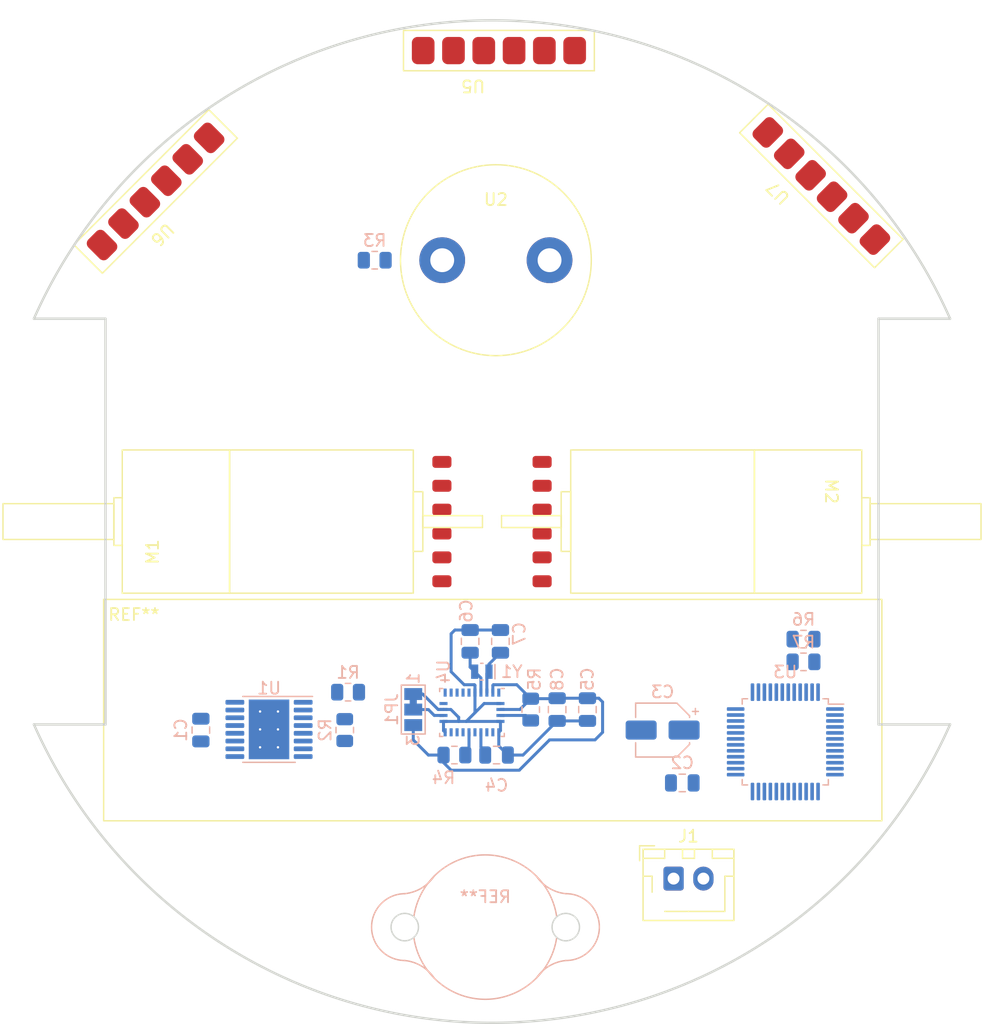
<source format=kicad_pcb>
(kicad_pcb (version 20221018) (generator pcbnew)
  (layers (0 "F.Cu" signal) (31 "B.Cu" signal) (34 "B.Paste" user) (35 "F.Paste" user) (36 "B.SilkS" user "B.Silkscreen") (37 "F.SilkS" user "F.Silkscreen") (38 "B.Mask" user) (39 "F.Mask" user) (44 "Edge.Cuts" user))
  (net 0 "")
  (net 1 "GND")
  (net 2 "M1_B")
  (net 3 "+5V")
  (net 4 "M1_A")
  (net 5 "Net-(M1-M2)")
  (net 6 "Net-(M1-M1)")
  (net 7 "M2_B")
  (net 8 "M2_A")
  (net 9 "Net-(M2-M2)")
  (net 10 "Net-(M2-M1)")
  (net 12 "Net-(U1-AISEN)")
  (net 13 "Net-(U1-BISEN)")
  (net 15 "VCC")
  (net 16 "DRV_B1")
  (net 17 "Net-(U1-VCP)")
  (net 18 "DRV_B2")
  (net 19 "DRV_A2")
  (net 20 "Net-(U2-SIG)")
  (net 21 "Net-(JP1-C)")
  (net 22 "+3.3V")
  (net 25 "BNO_INT")
  (net 28 "VL_EN1")
  (net 29 "VL_EN2")
  (net 30 "VL_EN3")
  (net 54 "SDA")
  (net 55 "SCL")
  (net 56 "Net-(U3-PA4)")
  (net 58 "Net-(U4-~{BOOT_LOAD_PIN})")
  (net 61 "Net-(U4-CAP)")
  (net 63 "Net-(U4-~{RESET})")
  (net 70 "Net-(U4-XOUT32)")
  (net 71 "Net-(U4-XIN32)")
  (net 75 "DRV_A1")
  (footprint "pololu:ULTRASOUND_T_R" (layer "F.Cu") (at 60.325 38.1)
    (fp_text reference "U2" (at 0 -5.08 unlocked) (layer "F.SilkS"))
    (fp_text value "ULTRASOUND_T_R")
    (fp_circle (center 0 0) (end 8 0) (stroke (width 0.12)) (fill none) (layer "F.SilkS"))
    (pad "1" thru_hole circle (at 4.5 0) (size 3.84 3.84) (drill 2) (layers "*.Cu" "*.Mask") (net 1 "GND"))
    (pad "2" thru_hole circle (at -4.5 0) (size 3.84 3.84) (drill 2) (layers "*.Cu" "*.Mask") (net 20 "Net-(U2-SIG)"))
  )
  (footprint "pololu:VL53L0X" (layer "F.Cu") (at 68.58 22.225 180)
    (fp_text reference "U5" (at 10.16 -1.27 180 unlocked) (layer "F.SilkS"))
    (fp_text value "~")
    (fp_rect (start 0 0) (end 16 3.38) (stroke (width 0.12)) (fill none) (layer "F.SilkS"))
    (pad "1" smd roundrect (at 1.65 1.69 270) (size 2.286 1.9) (layers "F.Cu" "F.Paste" "F.Mask") (net 22 "+3.3V"))
    (pad "2" smd roundrect (at 4.19 1.69 270) (size 2.286 1.9) (layers "F.Cu" "F.Paste" "F.Mask") (net 1 "GND"))
    (pad "3" smd roundrect (at 6.73 1.69 270) (size 2.286 1.9) (layers "F.Cu" "F.Paste" "F.Mask") (net 55 "SCL"))
    (pad "4" smd roundrect (at 9.27 1.69 270) (size 2.286 1.9) (layers "F.Cu" "F.Paste" "F.Mask") (net 54 "SDA"))
    (pad "5" smd roundrect (at 11.81 1.69 270) (size 2.286 1.9) (layers "F.Cu" "F.Paste" "F.Mask"))
    (pad "6" smd roundrect (at 14.35 1.69 270) (size 2.286 1.9) (layers "F.Cu" "F.Paste" "F.Mask") (net 28 "VL_EN1"))
  )
  (footprint "Connector_JST:JST_XH_B2B-XH-AM_1x02_P2.50mm_Vertical" (layer "F.Cu") (at 75.224 89.916)
    (fp_text reference "J1" (at 1.25 -3.55) (layer "F.SilkS"))
    (fp_text value "Battery connector")
    (fp_line (start -2.85 -2.75) (end -2.85 -1.5) (stroke (width 0.12)) (layer "F.SilkS"))
    (fp_line (start -2.56 -2.46) (end -2.56 3.51) (stroke (width 0.12)) (layer "F.SilkS"))
    (fp_line (start -2.56 3.51) (end 5.06 3.51) (stroke (width 0.12)) (layer "F.SilkS"))
    (fp_line (start -2.55 -2.45) (end -2.55 -1.7) (stroke (width 0.12)) (layer "F.SilkS"))
    (fp_line (start -2.55 -1.7) (end -0.75 -1.7) (stroke (width 0.12)) (layer "F.SilkS"))
    (fp_line (start -2.55 -0.2) (end -1.8 -0.2) (stroke (width 0.12)) (layer "F.SilkS"))
    (fp_line (start -1.8 -0.2) (end -1.8 1.14) (stroke (width 0.12)) (layer "F.SilkS"))
    (fp_line (start -1.6 -2.75) (end -2.85 -2.75) (stroke (width 0.12)) (layer "F.SilkS"))
    (fp_line (start -0.75 -2.45) (end -2.55 -2.45) (stroke (width 0.12)) (layer "F.SilkS"))
    (fp_line (start -0.75 -1.7) (end -0.75 -2.45) (stroke (width 0.12)) (layer "F.SilkS"))
    (fp_line (start 0.75 -2.45) (end 0.75 -1.7) (stroke (width 0.12)) (layer "F.SilkS"))
    (fp_line (start 0.75 -1.7) (end 1.75 -1.7) (stroke (width 0.12)) (layer "F.SilkS"))
    (fp_line (start 1.25 2.75) (end -0.74 2.75) (stroke (width 0.12)) (layer "F.SilkS"))
    (fp_line (start 1.75 -2.45) (end 0.75 -2.45) (stroke (width 0.12)) (layer "F.SilkS"))
    (fp_line (start 1.75 -1.7) (end 1.75 -2.45) (stroke (width 0.12)) (layer "F.SilkS"))
    (fp_line (start 3.25 -2.45) (end 3.25 -1.7) (stroke (width 0.12)) (layer "F.SilkS"))
    (fp_line (start 3.25 -1.7) (end 5.05 -1.7) (stroke (width 0.12)) (layer "F.SilkS"))
    (fp_line (start 4.3 -0.2) (end 4.3 2.75) (stroke (width 0.12)) (layer "F.SilkS"))
    (fp_line (start 4.3 2.75) (end 1.25 2.75) (stroke (width 0.12)) (layer "F.SilkS"))
    (fp_line (start 5.05 -2.45) (end 3.25 -2.45) (stroke (width 0.12)) (layer "F.SilkS"))
    (fp_line (start 5.05 -1.7) (end 5.05 -2.45) (stroke (width 0.12)) (layer "F.SilkS"))
    (fp_line (start 5.05 -0.2) (end 4.3 -0.2) (stroke (width 0.12)) (layer "F.SilkS"))
    (fp_line (start 5.06 -2.46) (end -2.56 -2.46) (stroke (width 0.12)) (layer "F.SilkS"))
    (fp_line (start 5.06 3.51) (end 5.06 -2.46) (stroke (width 0.12)) (layer "F.SilkS"))
    (pad "" np_thru_hole circle (at -1.6 2) (size 1.2 1.2) (drill 1.2) (layers "*.Cu" "*.Mask"))
    (pad "1" thru_hole roundrect (at 0 0) (size 1.7 2) (drill 1) (layers "*.Cu" "*.Mask") (roundrect_rratio 0.147059) (net 15 "VCC"))
    (pad "2" thru_hole oval (at 2.5 0) (size 1.7 2) (drill 1) (layers "*.Cu" "*.Mask") (net 1 "GND"))
  )
  (footprint "pololu:N20_EXTENDED_SHAFT" (layer "F.Cu") (at 19 60 90)
    (fp_text reference "M1" (at -2.54 12.54 90 unlocked) (layer "F.SilkS"))
    (fp_text value "N20_MOTOR_EXTENDED_SHAFT")
    (fp_rect (start -6 10) (end 6 19) (stroke (width 0.12)) (fill none) (layer "F.SilkS"))
    (fp_rect (start -6 19) (end 6 34.4) (stroke (width 0.12)) (fill none) (layer "F.SilkS"))
    (fp_rect (start -2.5 34.4) (end 2.5 35.2) (stroke (width 0.12)) (fill none) (layer "F.SilkS"))
    (fp_rect (start -2 10) (end 2 9.3) (stroke (width 0.12)) (fill none) (layer "F.SilkS"))
    (fp_rect (start -1.5 9.3) (end 1.5 0) (stroke (width 0.12)) (fill none) (layer "F.SilkS"))
    (fp_rect (start -0.5 35.2) (end 0.5 40.2) (stroke (width 0.12)) (fill none) (layer "F.SilkS"))
    (pad "1" smd roundrect (at -5 36.8 90) (size 1 1.6) (layers "F.Cu" "F.Paste" "F.Mask") (net 1 "GND"))
    (pad "2" smd roundrect (at -3 36.8 90) (size 1 1.6) (layers "F.Cu" "F.Paste" "F.Mask") (net 2 "M1_B"))
    (pad "3" smd roundrect (at -1 36.8 90) (size 1 1.6) (layers "F.Cu" "F.Paste" "F.Mask") (net 4 "M1_A"))
    (pad "4" smd roundrect (at 1 36.8 90) (size 1 1.6) (layers "F.Cu" "F.Paste" "F.Mask") (net 22 "+3.3V"))
    (pad "5" smd roundrect (at 3 36.8 90) (size 1 1.6) (layers "F.Cu" "F.Paste" "F.Mask") (net 5 "Net-(M1-M2)"))
    (pad "6" smd roundrect (at 5 36.8 90) (size 1 1.6) (layers "F.Cu" "F.Paste" "F.Mask") (net 6 "Net-(M1-M1)"))
  )
  (footprint "pololu:SAMSUNG_18650" (layer "F.Cu") (at 27.439679 66.522647)
    (fp_text reference "REF**" (at 2.54 1.27 unlocked) (layer "F.SilkS"))
    (fp_text value "SAMSUNG_18650")
    (fp_rect (start 0 0) (end 65.25 18.55) (stroke (width 0.12)) (fill none) (layer "F.SilkS"))
  )
  (footprint "pololu:VL53L0X" (layer "F.Cu") (at 92.075 38.735 135)
    (fp_text reference "U7" (at 10.16 -1.27 135 unlocked) (layer "F.SilkS"))
    (fp_text value "~")
    (fp_rect (start 0 0) (end 16 3.38) (stroke (width 0.12)) (fill none) (layer "F.SilkS"))
    (pad "1" smd roundrect (at 1.65 1.69 225) (size 2.286 1.9) (layers "F.Cu" "F.Paste" "F.Mask") (net 22 "+3.3V"))
    (pad "2" smd roundrect (at 4.19 1.69 225) (size 2.286 1.9) (layers "F.Cu" "F.Paste" "F.Mask") (net 1 "GND"))
    (pad "3" smd roundrect (at 6.73 1.69 225) (size 2.286 1.9) (layers "F.Cu" "F.Paste" "F.Mask") (net 55 "SCL"))
    (pad "4" smd roundrect (at 9.27 1.69 225) (size 2.286 1.9) (layers "F.Cu" "F.Paste" "F.Mask") (net 54 "SDA"))
    (pad "5" smd roundrect (at 11.81 1.69 225) (size 2.286 1.9) (layers "F.Cu" "F.Paste" "F.Mask"))
    (pad "6" smd roundrect (at 14.35 1.69 225) (size 2.286 1.9) (layers "F.Cu" "F.Paste" "F.Mask") (net 30 "VL_EN3"))
  )
  (footprint "pololu:N20_EXTENDED_SHAFT" (layer "F.Cu") (at 101 60 -90)
    (fp_text reference "M2" (at -2.54 12.54 -90 unlocked) (layer "F.SilkS"))
    (fp_text value "N20_MOTOR_EXTENDED_SHAFT")
    (fp_rect (start -6 10) (end 6 19) (stroke (width 0.12)) (fill none) (layer "F.SilkS"))
    (fp_rect (start -6 19) (end 6 34.4) (stroke (width 0.12)) (fill none) (layer "F.SilkS"))
    (fp_rect (start -2.5 34.4) (end 2.5 35.2) (stroke (width 0.12)) (fill none) (layer "F.SilkS"))
    (fp_rect (start -2 10) (end 2 9.3) (stroke (width 0.12)) (fill none) (layer "F.SilkS"))
    (fp_rect (start -1.5 9.3) (end 1.5 0) (stroke (width 0.12)) (fill none) (layer "F.SilkS"))
    (fp_rect (start -0.5 35.2) (end 0.5 40.2) (stroke (width 0.12)) (fill none) (layer "F.SilkS"))
    (pad "1" smd roundrect (at -5 36.8 270) (size 1 1.6) (layers "F.Cu" "F.Paste" "F.Mask") (net 1 "GND"))
    (pad "2" smd roundrect (at -3 36.8 270) (size 1 1.6) (layers "F.Cu" "F.Paste" "F.Mask") (net 7 "M2_B"))
    (pad "3" smd roundrect (at -1 36.8 270) (size 1 1.6) (layers "F.Cu" "F.Paste" "F.Mask") (net 8 "M2_A"))
    (pad "4" smd roundrect (at 1 36.8 270) (size 1 1.6) (layers "F.Cu" "F.Paste" "F.Mask") (net 22 "+3.3V"))
    (pad "5" smd roundrect (at 3 36.8 270) (size 1 1.6) (layers "F.Cu" "F.Paste" "F.Mask") (net 9 "Net-(M2-M2)"))
    (pad "6" smd roundrect (at 5 36.8 270) (size 1 1.6) (layers "F.Cu" "F.Paste" "F.Mask") (net 10 "Net-(M2-M1)"))
  )
  (footprint "pololu:VL53L0X" (layer "F.Cu") (at 38.646993 27.878028 -135)
    (fp_text reference "U6" (at 10.16 -1.27 -135 unlocked) (layer "F.SilkS"))
    (fp_text value "~")
    (fp_rect (start 0 0) (end 16 3.38) (stroke (width 0.12)) (fill none) (layer "F.SilkS"))
    (pad "1" smd roundrect (at 1.65 1.69 315) (size 2.286 1.9) (layers "F.Cu" "F.Paste" "F.Mask") (net 22 "+3.3V"))
    (pad "2" smd roundrect (at 4.19 1.69 315) (size 2.286 1.9) (layers "F.Cu" "F.Paste" "F.Mask") (net 1 "GND"))
    (pad "3" smd roundrect (at 6.73 1.69 315) (size 2.286 1.9) (layers "F.Cu" "F.Paste" "F.Mask") (net 55 "SCL"))
    (pad "4" smd roundrect (at 9.27 1.69 315) (size 2.286 1.9) (layers "F.Cu" "F.Paste" "F.Mask") (net 54 "SDA"))
    (pad "5" smd roundrect (at 11.81 1.69 315) (size 2.286 1.9) (layers "F.Cu" "F.Paste" "F.Mask"))
    (pad "6" smd roundrect (at 14.35 1.69 315) (size 2.286 1.9) (layers "F.Cu" "F.Paste" "F.Mask") (net 29 "VL_EN2"))
  )
  (footprint "Capacitor_SMD:C_0805_2012Metric" (layer "B.Cu") (at 60.706 70.038 90)
    (fp_text reference "C7" (at 0.635 1.580154 90) (layer "B.SilkS") (effects (justify mirror)))
    (fp_text value "22pF")
    (fp_line (start -0.261252 -0.735) (end 0.261252 -0.735) (stroke (width 0.12)) (layer "B.SilkS"))
    (fp_line (start -0.261252 0.735) (end 0.261252 0.735) (stroke (width 0.12)) (layer "B.SilkS"))
    (pad "1" smd roundrect (at -0.95 0 90) (size 1 1.45) (layers "B.Cu" "B.Paste" "B.Mask") (net 71 "Net-(U4-XIN32)"))
    (pad "2" smd roundrect (at 0.95 0 90) (size 1 1.45) (layers "B.Cu" "B.Paste" "B.Mask") (net 1 "GND"))
  )
  (footprint "Jumper:SolderJumper-3_P1.3mm_Bridged12_Pad1.0x1.5mm_NumberLabels" (layer "B.Cu") (at 53.396154 75.753 -90)
    (fp_text reference "JP1" (at 0 1.8 90) (layer "B.SilkS") (effects (justify mirror)))
    (fp_text value "I2C_ADDR_SEL")
    (fp_text user "1" (at -2.6 0 90) (layer "B.SilkS") (effects (justify mirror)))
    (fp_text user "3" (at 2.6 0 90) (layer "B.SilkS") (effects (justify mirror)))
    (fp_poly (pts (xy -0.9 0.3) (xy -0.4 0.3) (xy -0.4 -0.3) (xy -0.9 -0.3)) (fill solid) (layer "B.Cu"))
    (fp_line (start -2.05 -1) (end -2.05 1) (stroke (width 0.12)) (layer "B.SilkS"))
    (fp_line (start -2.05 1) (end 2.05 1) (stroke (width 0.12)) (layer "B.SilkS"))
    (fp_line (start 2.05 -1) (end -2.05 -1) (stroke (width 0.12)) (layer "B.SilkS"))
    (fp_line (start 2.05 1) (end 2.05 -1) (stroke (width 0.12)) (layer "B.SilkS"))
    (pad "1" smd rect (at -1.3 0 270) (size 1 1.5) (layers "B.Cu" "B.Mask") (net 1 "GND"))
    (pad "2" smd rect (at 0 0 270) (size 1 1.5) (layers "B.Cu" "B.Mask") (net 21 "Net-(JP1-C)"))
    (pad "3" smd rect (at 1.3 0 270) (size 1 1.5) (layers "B.Cu" "B.Mask") (net 22 "+3.3V"))
  )
  (footprint "Resistor_SMD:R_0805_2012Metric" (layer "B.Cu") (at 56.848654 79.563 180)
    (fp_text reference "R4" (at 0.9125 -1.905) (layer "B.SilkS") (effects (justify mirror)))
    (fp_text value "10K")
    (fp_line (start -0.227064 -0.735) (end 0.227064 -0.735) (stroke (width 0.12)) (layer "B.SilkS"))
    (fp_line (start -0.227064 0.735) (end 0.227064 0.735) (stroke (width 0.12)) (layer "B.SilkS"))
    (pad "1" smd roundrect (at -0.9125 0 180) (size 1.025 1.4) (layers "B.Cu" "B.Paste" "B.Mask") (roundrect_rratio 0.243902) (net 63 "Net-(U4-~{RESET})"))
    (pad "2" smd roundrect (at 0.9125 0 180) (size 1.025 1.4) (layers "B.Cu" "B.Paste" "B.Mask") (roundrect_rratio 0.243902) (net 22 "+3.3V"))
  )
  (footprint "Resistor_SMD:R_0805_2012Metric" (layer "B.Cu") (at 47.655 77.47 -90)
    (fp_text reference "R2" (at 0 1.65 90) (layer "B.SilkS") (effects (justify mirror)))
    (fp_text value "0.2R")
    (fp_line (start -0.227064 -0.735) (end 0.227064 -0.735) (stroke (width 0.12)) (layer "B.SilkS"))
    (fp_line (start -0.227064 0.735) (end 0.227064 0.735) (stroke (width 0.12)) (layer "B.SilkS"))
    (pad "1" smd roundrect (at -0.9125 0 270) (size 1.025 1.4) (layers "B.Cu" "B.Paste" "B.Mask") (roundrect_rratio 0.243902) (net 1 "GND"))
    (pad "2" smd roundrect (at 0.9125 0 270) (size 1.025 1.4) (layers "B.Cu" "B.Paste" "B.Mask") (roundrect_rratio 0.243902) (net 13 "Net-(U1-BISEN)"))
  )
  (footprint "Package_LGA:LGA-28_5.2x3.8mm_P0.5mm" (layer "B.Cu") (at 58.321 75.9955 180)
    (fp_text reference "U4" (at 2.384846 3.4175 90) (layer "B.SilkS") (effects (justify mirror)))
    (fp_text value "BNO055")
    (fp_line (start -2.71 -2.01) (end -2.71 -1.75) (stroke (width 0.12)) (layer "B.SilkS"))
    (fp_line (start -2.71 -2.01) (end -2.45 -2.01) (stroke (width 0.12)) (layer "B.SilkS"))
    (fp_line (start -2.71 2.01) (end -2.45 2.01) (stroke (width 0.12)) (layer "B.SilkS"))
    (fp_line (start 2.71 -2.01) (end 2.45 -2.01) (stroke (width 0.12)) (layer "B.SilkS"))
    (fp_line (start 2.71 -2.01) (end 2.71 -1.75) (stroke (width 0.12)) (layer "B.SilkS"))
    (fp_line (start 2.71 2.01) (end 2.45 2.01) (stroke (width 0.12)) (layer "B.SilkS"))
    (fp_line (start 2.71 2.01) (end 2.71 1.75) (stroke (width 0.12)) (layer "B.SilkS"))
    (pad "1" smd rect (at -2.25 1.6625 180) (size 0.254 0.675) (layers "B.Cu" "B.Paste" "B.Mask"))
    (pad "2" smd rect (at -2.3875 0.75 90) (size 0.254 0.675) (layers "B.Cu" "B.Paste" "B.Mask") (net 1 "GND"))
    (pad "3" smd rect (at -2.3875 0.25 90) (size 0.254 0.675) (layers "B.Cu" "B.Paste" "B.Mask") (net 22 "+3.3V"))
    (pad "4" smd rect (at -2.3875 -0.25 90) (size 0.254 0.675) (layers "B.Cu" "B.Paste" "B.Mask") (net 58 "Net-(U4-~{BOOT_LOAD_PIN})"))
    (pad "5" smd rect (at -2.3875 -0.75 90) (size 0.254 0.675) (layers "B.Cu" "B.Paste" "B.Mask") (net 1 "GND"))
    (pad "6" smd rect (at -2.25 -1.6625 180) (size 0.254 0.675) (layers "B.Cu" "B.Paste" "B.Mask") (net 1 "GND"))
    (pad "7" smd rect (at -1.75 -1.6625 180) (size 0.254 0.675) (layers "B.Cu" "B.Paste" "B.Mask"))
    (pad "8" smd rect (at -1.25 -1.6625 180) (size 0.254 0.675) (layers "B.Cu" "B.Paste" "B.Mask"))
    (pad "9" smd rect (at -0.75 -1.6625 180) (size 0.254 0.675) (layers "B.Cu" "B.Paste" "B.Mask") (net 61 "Net-(U4-CAP)"))
    (pad "10" smd rect (at -0.25 -1.6625 180) (size 0.254 0.675) (layers "B.Cu" "B.Paste" "B.Mask"))
    (pad "11" smd rect (at 0.25 -1.6625 180) (size 0.254 0.675) (layers "B.Cu" "B.Paste" "B.Mask") (net 63 "Net-(U4-~{RESET})"))
    (pad "12" smd rect (at 0.75 -1.6625 180) (size 0.254 0.675) (layers "B.Cu" "B.Paste" "B.Mask"))
    (pad "13" smd rect (at 1.25 -1.6625 180) (size 0.254 0.675) (layers "B.Cu" "B.Paste" "B.Mask"))
    (pad "14" smd rect (at 1.75 -1.6625 180) (size 0.254 0.675) (layers "B.Cu" "B.Paste" "B.Mask") (net 25 "BNO_INT"))
    (pad "15" smd rect (at 2.25 -1.6625 180) (size 0.254 0.675) (layers "B.Cu" "B.Paste" "B.Mask") (net 1 "GND"))
    (pad "16" smd rect (at 2.3875 -0.75 90) (size 0.254 0.675) (layers "B.Cu" "B.Paste" "B.Mask") (net 1 "GND"))
    (pad "17" smd rect (at 2.3875 -0.25 90) (size 0.254 0.675) (layers "B.Cu" "B.Paste" "B.Mask") (net 21 "Net-(JP1-C)"))
    (pad "18" smd rect (at 2.3875 0.25 90) (size 0.254 0.675) (layers "B.Cu" "B.Paste" "B.Mask") (net 1 "GND"))
    (pad "19" smd rect (at 2.3875 0.75 90) (size 0.254 0.675) (layers "B.Cu" "B.Paste" "B.Mask") (net 55 "SCL"))
    (pad "20" smd rect (at 2.25 1.6625 180) (size 0.254 0.675) (layers "B.Cu" "B.Paste" "B.Mask") (net 54 "SDA"))
    (pad "21" smd rect (at 1.75 1.6625 180) (size 0.254 0.675) (layers "B.Cu" "B.Paste" "B.Mask"))
    (pad "22" smd rect (at 1.25 1.6625 180) (size 0.254 0.675) (layers "B.Cu" "B.Paste" "B.Mask"))
    (pad "23" smd rect (at 0.75 1.6625 180) (size 0.254 0.675) (layers "B.Cu" "B.Paste" "B.Mask"))
    (pad "24" smd rect (at 0.25 1.6625 180) (size 0.254 0.675) (layers "B.Cu" "B.Paste" "B.Mask"))
    (pad "25" smd rect (at -0.25 1.6625 180) (size 0.254 0.675) (layers "B.Cu" "B.Paste" "B.Mask") (net 1 "GND"))
    (pad "26" smd rect (at -0.75 1.6625 180) (size 0.254 0.675) (layers "B.Cu" "B.Paste" "B.Mask") (net 70 "Net-(U4-XOUT32)"))
    (pad "27" smd rect (at -1.25 1.6625 180) (size 0.254 0.675) (layers "B.Cu" "B.Paste" "B.Mask") (net 71 "Net-(U4-XIN32)"))
    (pad "28" smd rect (at -1.75 1.6625 180) (size 0.254 0.675) (layers "B.Cu" "B.Paste" "B.Mask") (net 22 "+3.3V"))
  )
  (footprint "Capacitor_SMD:CP_Elec_4x3" (layer "B.Cu") (at 74.303094 77.47 180)
    (fp_text reference "C3" (at 0 3.2) (layer "B.SilkS") (effects (justify mirror)))
    (fp_text value "10uF")
    (fp_line (start -3 1.56) (end -2.5 1.56) (stroke (width 0.12)) (layer "B.SilkS"))
    (fp_line (start -2.75 1.81) (end -2.75 1.31) (stroke (width 0.12)) (layer "B.SilkS"))
    (fp_line (start -2.26 -1.195563) (end -2.26 -1.06) (stroke (width 0.12)) (layer "B.SilkS"))
    (fp_line (start -2.26 -1.195563) (end -1.195563 -2.26) (stroke (width 0.12)) (layer "B.SilkS"))
    (fp_line (start -2.26 1.195563) (end -2.26 1.06) (stroke (width 0.12)) (layer "B.SilkS"))
    (fp_line (start -2.26 1.195563) (end -1.195563 2.26) (stroke (width 0.12)) (layer "B.SilkS"))
    (fp_line (start -1.195563 -2.26) (end 2.26 -2.26) (stroke (width 0.12)) (layer "B.SilkS"))
    (fp_line (start -1.195563 2.26) (end 2.26 2.26) (stroke (width 0.12)) (layer "B.SilkS"))
    (fp_line (start 2.26 -2.26) (end 2.26 -1.06) (stroke (width 0.12)) (layer "B.SilkS"))
    (fp_line (start 2.26 2.26) (end 2.26 1.06) (stroke (width 0.12)) (layer "B.SilkS"))
    (pad "1" smd roundrect (at -1.8 0 180) (size 2.6 1.6) (layers "B.Cu" "B.Paste" "B.Mask") (roundrect_rratio 0.15625) (net 22 "+3.3V"))
    (pad "2" smd roundrect (at 1.8 0 180) (size 2.6 1.6) (layers "B.Cu" "B.Paste" "B.Mask") (roundrect_rratio 0.15625) (net 1 "GND"))
  )
  (footprint "Capacitor_SMD:C_0805_2012Metric" (layer "B.Cu") (at 35.59 77.47 -90)
    (fp_text reference "C1" (at 0 1.68 90) (layer "B.SilkS") (effects (justify mirror)))
    (fp_text value "10nF")
    (fp_line (start -0.261252 -0.735) (end 0.261252 -0.735) (stroke (width 0.12)) (layer "B.SilkS"))
    (fp_line (start -0.261252 0.735) (end 0.261252 0.735) (stroke (width 0.12)) (layer "B.SilkS"))
    (pad "1" smd roundrect (at -0.95 0 270) (size 1 1.45) (layers "B.Cu" "B.Paste" "B.Mask") (net 3 "+5V"))
    (pad "2" smd roundrect (at 0.95 0 270) (size 1 1.45) (layers "B.Cu" "B.Paste" "B.Mask") (net 17 "Net-(U1-VCP)"))
  )
  (footprint "Capacitor_SMD:C_0805_2012Metric" (layer "B.Cu") (at 58.166 70.038 90)
    (fp_text reference "C6" (at 2.54 -0.324846 90) (layer "B.SilkS") (effects (justify mirror)))
    (fp_text value "22pF")
    (fp_line (start -0.261252 -0.735) (end 0.261252 -0.735) (stroke (width 0.12)) (layer "B.SilkS"))
    (fp_line (start -0.261252 0.735) (end 0.261252 0.735) (stroke (width 0.12)) (layer "B.SilkS"))
    (pad "1" smd roundrect (at -0.95 0 90) (size 1 1.45) (layers "B.Cu" "B.Paste" "B.Mask") (net 70 "Net-(U4-XOUT32)"))
    (pad "2" smd roundrect (at 0.95 0 90) (size 1 1.45) (layers "B.Cu" "B.Paste" "B.Mask") (net 1 "GND"))
  )
  (footprint "Resistor_SMD:R_0805_2012Metric" (layer "B.Cu") (at 47.9325 74.295 180)
    (fp_text reference "R1" (at 0 1.65) (layer "B.SilkS") (effects (justify mirror)))
    (fp_text value "0.2R")
    (fp_line (start -0.227064 -0.735) (end 0.227064 -0.735) (stroke (width 0.12)) (layer "B.SilkS"))
    (fp_line (start -0.227064 0.735) (end 0.227064 0.735) (stroke (width 0.12)) (layer "B.SilkS"))
    (pad "1" smd roundrect (at -0.9125 0 180) (size 1.025 1.4) (layers "B.Cu" "B.Paste" "B.Mask") (roundrect_rratio 0.243902) (net 1 "GND"))
    (pad "2" smd roundrect (at 0.9125 0 180) (size 1.025 1.4) (layers "B.Cu" "B.Paste" "B.Mask") (roundrect_rratio 0.243902) (net 12 "Net-(U1-AISEN)"))
  )
  (footprint "pololu:BALL_CASTER_3_8" (layer "B.Cu") (at 59.436 93.98 180)
    (fp_text reference "REF**" (at 0 2.54 unlocked) (layer "B.SilkS") (effects (justify mirror)))
    (fp_text value "BALL_CASTER_3_8")
    (fp_arc (start -6.75 2.8) (mid -9.550001 0) (end -6.75 -2.8) (stroke (width 0.12)) (layer "B.SilkS"))
    (fp_arc (start -6.75 2.8) (mid -5.350167 3.264983) (end -4.277997 4.277996) (stroke (width 0.12)) (layer "B.SilkS"))
    (fp_arc (start -5.988332 -0.861605) (mid 0 -6.049999) (end 5.988332 -0.861605) (stroke (width 0.12)) (layer "B.SilkS"))
    (fp_arc (start -4.277996 -4.277996) (mid -5.350166 -3.264983) (end -6.75 -2.8) (stroke (width 0.12)) (layer "B.SilkS"))
    (fp_arc (start 4.277996 4.277996) (mid 5.350166 3.264984) (end 6.75 2.8) (stroke (width 0.12)) (layer "B.SilkS"))
    (fp_arc (start 5.988332 0.861605) (mid 0 6.049999) (end -5.988332 0.861605) (stroke (width 0.12)) (layer "B.SilkS"))
    (fp_arc (start 6.75 -2.8) (mid 5.350172 -3.264991) (end 4.277997 -4.277996) (stroke (width 0.12)) (layer "B.SilkS"))
    (fp_arc (start 6.75 -2.8) (mid 9.55 0) (end 6.75 2.8) (stroke (width 0.12)) (layer "B.SilkS"))
    (fp_circle (center -6.75 0) (end -5.6 0) (stroke (width 0.12)) (fill none) (layer "Edge.Cuts"))
    (fp_circle (center 6.75 0) (end 7.9 0) (stroke (width 0.12)) (fill none) (layer "Edge.Cuts"))
  )
  (footprint "Capacitor_SMD:C_0805_2012Metric" (layer "B.Cu") (at 75.953094 81.9 180)
    (fp_text reference "C2" (at 0 1.68) (layer "B.SilkS") (effects (justify mirror)))
    (fp_text value "100nF")
    (fp_line (start -0.261252 -0.735) (end 0.261252 -0.735) (stroke (width 0.12)) (layer "B.SilkS"))
    (fp_line (start -0.261252 0.735) (end 0.261252 0.735) (stroke (width 0.12)) (layer "B.SilkS"))
    (pad "1" smd roundrect (at -0.95 0 180) (size 1 1.45) (layers "B.Cu" "B.Paste" "B.Mask") (net 22 "+3.3V"))
    (pad "2" smd roundrect (at 0.95 0 180) (size 1 1.45) (layers "B.Cu" "B.Paste" "B.Mask") (net 1 "GND"))
  )
  (footprint "Package_SO:HTSSOP-16-1EP_4.4x5mm_P0.65mm_EP3.4x5mm_Mask2.46x2.31mm_ThermalVias" (layer "B.Cu") (at 41.305 77.415 180)
    (fp_text reference "U1" (at 0 3.45) (layer "B.SilkS") (effects (justify mirror)))
    (fp_text value "DRV8833PWP")
    (fp_line (start 0 -2.76) (end -2.2 -2.76) (stroke (width 0.12)) (layer "B.SilkS"))
    (fp_line (start 0 -2.76) (end 2.2 -2.76) (stroke (width 0.12)) (layer "B.SilkS"))
    (fp_line (start 0 2.76) (end -3.65 2.76) (stroke (width 0.12)) (layer "B.SilkS"))
    (fp_line (start 0 2.76) (end 2.2 2.76) (stroke (width 0.12)) (layer "B.SilkS"))
    (pad "1" smd roundrect (at -2.8625 2.275 180) (size 1.575 0.4) (layers "B.Cu" "B.Paste" "B.Mask"))
    (pad "2" smd roundrect (at -2.8625 1.625 180) (size 1.575 0.4) (layers "B.Cu" "B.Paste" "B.Mask") (net 6 "Net-(M1-M1)"))
    (pad "3" smd roundrect (at -2.8625 0.975 180) (size 1.575 0.4) (layers "B.Cu" "B.Paste" "B.Mask") (net 12 "Net-(U1-AISEN)"))
    (pad "4" smd roundrect (at -2.8625 0.325 180) (size 1.575 0.4) (layers "B.Cu" "B.Paste" "B.Mask") (net 5 "Net-(M1-M2)"))
    (pad "5" smd roundrect (at -2.8625 -0.325 180) (size 1.575 0.4) (layers "B.Cu" "B.Paste" "B.Mask") (net 9 "Net-(M2-M2)"))
    (pad "6" smd roundrect (at -2.8625 -0.975 180) (size 1.575 0.4) (layers "B.Cu" "B.Paste" "B.Mask") (net 13 "Net-(U1-BISEN)"))
    (pad "7" smd roundrect (at -2.8625 -1.625 180) (size 1.575 0.4) (layers "B.Cu" "B.Paste" "B.Mask") (net 10 "Net-(M2-M1)"))
    (pad "8" smd roundrect (at -2.8625 -2.275 180) (size 1.575 0.4) (layers "B.Cu" "B.Paste" "B.Mask"))
    (pad "9" smd roundrect (at 2.8625 -2.275 180) (size 1.575 0.4) (layers "B.Cu" "B.Paste" "B.Mask") (net 16 "DRV_B1"))
    (pad "10" smd roundrect (at 2.8625 -1.625 180) (size 1.575 0.4) (layers "B.Cu" "B.Paste" "B.Mask") (net 18 "DRV_B2"))
    (pad "11" smd roundrect (at 2.8625 -0.975 180) (size 1.575 0.4) (layers "B.Cu" "B.Paste" "B.Mask") (net 17 "Net-(U1-VCP)"))
    (pad "12" smd roundrect (at 2.8625 -0.325 180) (size 1.575 0.4) (layers "B.Cu" "B.Paste" "B.Mask") (net 3 "+5V"))
    (pad "13" smd roundrect (at 2.8625 0.325 180) (size 1.575 0.4) (layers "B.Cu" "B.Paste" "B.Mask") (net 1 "GND"))
    (pad "14" smd roundrect (at 2.8625 0.975 180) (size 1.575 0.4) (layers "B.Cu" "B.Paste" "B.Mask") (net 22 "+3.3V"))
    (pad "15" smd roundrect (at 2.8625 1.625 180) (size 1.575 0.4) (layers "B.Cu" "B.Paste" "B.Mask") (net 19 "DRV_A2"))
    (pad "16" smd roundrect (at 2.8625 2.275 180) (size 1.575 0.4) (layers "B.Cu" "B.Paste" "B.Mask") (net 75 "DRV_A1"))
    (pad "17" thru_hole circle (at -0.75 -1.5 180) (size 0.5 0.5) (drill 0.2) (layers "*.Cu") (net 1 "GND"))
    (pad "17" thru_hole circle (at -0.75 0 180) (size 0.5 0.5) (drill 0.2) (layers "*.Cu") (net 1 "GND"))
    (pad "17" thru_hole circle (at -0.75 1.5 180) (size 0.5 0.5) (drill 0.2) (layers "*.Cu") (net 1 "GND"))
    (pad "17" smd rect (at 0 0 180) (size 2 3.5) (layers "F.Cu") (net 1 "GND"))
    (pad "17" smd rect (at 0 0 180) (size 3.4 5) (layers "B.Cu") (net 1 "GND"))
    (pad "17" thru_hole circle (at 0.75 -1.5 180) (size 0.5 0.5) (drill 0.2) (layers "*.Cu") (net 1 "GND"))
    (pad "17" thru_hole circle (at 0.75 0 180) (size 0.5 0.5) (drill 0.2) (layers "*.Cu") (net 1 "GND"))
    (pad "17" thru_hole circle (at 0.75 1.5 180) (size 0.5 0.5) (drill 0.2) (layers "*.Cu") (net 1 "GND"))
  )
  (footprint "Package_QFP:TQFP-48_7x7mm_P0.5mm" (layer "B.Cu") (at 84.588094 78.4575 180)
    (fp_text reference "U3" (at 0 5.85) (layer "B.SilkS") (effects (justify mirror)))
    (fp_text value "ATmega4809-A")
    (fp_line (start -3.61 -3.61) (end -3.61 -3.16) (stroke (width 0.12)) (layer "B.SilkS"))
    (fp_line (start -3.61 3.16) (end -4.9 3.16) (stroke (width 0.12)) (layer "B.SilkS"))
    (fp_line (start -3.61 3.61) (end -3.61 3.16) (stroke (width 0.12)) (layer "B.SilkS"))
    (fp_line (start -3.16 -3.61) (end -3.61 -3.61) (stroke (width 0.12)) (layer "B.SilkS"))
    (fp_line (start -3.16 3.61) (end -3.61 3.61) (stroke (width 0.12)) (layer "B.SilkS"))
    (fp_line (start 3.16 -3.61) (end 3.61 -3.61) (stroke (width 0.12)) (layer "B.SilkS"))
    (fp_line (start 3.16 3.61) (end 3.61 3.61) (stroke (width 0.12)) (layer "B.SilkS"))
    (fp_line (start 3.61 -3.61) (end 3.61 -3.16) (stroke (width 0.12)) (layer "B.SilkS"))
    (fp_line (start 3.61 3.61) (end 3.61 3.16) (stroke (width 0.12)) (layer "B.SilkS"))
    (pad "1" smd roundrect (at -4.1625 2.75 180) (size 1.475 0.3) (layers "B.Cu" "B.Paste" "B.Mask"))
    (pad "2" smd roundrect (at -4.1625 2.25 180) (size 1.475 0.3) (layers "B.Cu" "B.Paste" "B.Mask"))
    (pad "3" smd roundrect (at -4.1625 1.75 180) (size 1.475 0.3) (layers "B.Cu" "B.Paste" "B.Mask") (net 25 "BNO_INT"))
    (pad "4" smd roundrect (at -4.1625 1.25 180) (size 1.475 0.3) (layers "B.Cu" "B.Paste" "B.Mask") (net 4 "M1_A"))
    (pad "5" smd roundrect (at -4.1625 0.75 180) (size 1.475 0.3) (layers "B.Cu" "B.Paste" "B.Mask") (net 2 "M1_B"))
    (pad "6" smd roundrect (at -4.1625 0.25 180) (size 1.475 0.3) (layers "B.Cu" "B.Paste" "B.Mask") (net 8 "M2_A"))
    (pad "7" smd roundrect (at -4.1625 -0.25 180) (size 1.475 0.3) (layers "B.Cu" "B.Paste" "B.Mask") (net 7 "M2_B"))
    (pad "8" smd roundrect (at -4.1625 -0.75 180) (size 1.475 0.3) (layers "B.Cu" "B.Paste" "B.Mask"))
    (pad "9" smd roundrect (at -4.1625 -1.25 180) (size 1.475 0.3) (layers "B.Cu" "B.Paste" "B.Mask"))
    (pad "10" smd roundrect (at -4.1625 -1.75 180) (size 1.475 0.3) (layers "B.Cu" "B.Paste" "B.Mask") (net 28 "VL_EN1"))
    (pad "11" smd roundrect (at -4.1625 -2.25 180) (size 1.475 0.3) (layers "B.Cu" "B.Paste" "B.Mask") (net 29 "VL_EN2"))
    (pad "12" smd roundrect (at -4.1625 -2.75 180) (size 1.475 0.3) (layers "B.Cu" "B.Paste" "B.Mask") (net 30 "VL_EN3"))
    (pad "13" smd roundrect (at -2.75 -4.1625 180) (size 0.3 1.475) (layers "B.Cu" "B.Paste" "B.Mask"))
    (pad "14" smd roundrect (at -2.25 -4.1625 180) (size 0.3 1.475) (layers "B.Cu" "B.Paste" "B.Mask") (net 22 "+3.3V"))
    (pad "15" smd roundrect (at -1.75 -4.1625 180) (size 0.3 1.475) (layers "B.Cu" "B.Paste" "B.Mask") (net 1 "GND"))
    (pad "16" smd roundrect (at -1.25 -4.1625 180) (size 0.3 1.475) (layers "B.Cu" "B.Paste" "B.Mask"))
    (pad "17" smd roundrect (at -0.75 -4.1625 180) (size 0.3 1.475) (layers "B.Cu" "B.Paste" "B.Mask"))
    (pad "18" smd roundrect (at -0.25 -4.1625 180) (size 0.3 1.475) (layers "B.Cu" "B.Paste" "B.Mask"))
    (pad "19" smd roundrect (at 0.25 -4.1625 180) (size 0.3 1.475) (layers "B.Cu" "B.Paste" "B.Mask"))
    (pad "20" smd roundrect (at 0.75 -4.1625 180) (size 0.3 1.475) (layers "B.Cu" "B.Paste" "B.Mask"))
    (pad "21" smd roundrect (at 1.25 -4.1625 180) (size 0.3 1.475) (layers "B.Cu" "B.Paste" "B.Mask"))
    (pad "22" smd roundrect (at 1.75 -4.1625 180) (size 0.3 1.475) (layers "B.Cu" "B.Paste" "B.Mask"))
    (pad "23" smd roundrect (at 2.25 -4.1625 180) (size 0.3 1.475) (layers "B.Cu" "B.Paste" "B.Mask"))
    (pad "24" smd roundrect (at 2.75 -4.1625 180) (size 0.3 1.475) (layers "B.Cu" "B.Paste" "B.Mask"))
    (pad "25" smd roundrect (at 4.1625 -2.75 180) (size 1.475 0.3) (layers "B.Cu" "B.Paste" "B.Mask"))
    (pad "26" smd roundrect (at 4.1625 -2.25 180) (size 1.475 0.3) (layers "B.Cu" "B.Paste" "B.Mask"))
    (pad "27" smd roundrect (at 4.1625 -1.75 180) (size 1.475 0.3) (layers "B.Cu" "B.Paste" "B.Mask"))
    (pad "28" smd roundrect (at 4.1625 -1.25 180) (size 1.475 0.3) (layers "B.Cu" "B.Paste" "B.Mask") (net 22 "+3.3V"))
    (pad "29" smd roundrect (at 4.1625 -0.75 180) (size 1.475 0.3) (layers "B.Cu" "B.Paste" "B.Mask") (net 1 "GND"))
    (pad "30" smd roundrect (at 4.1625 -0.25 180) (size 1.475 0.3) (layers "B.Cu" "B.Paste" "B.Mask"))
    (pad "31" smd roundrect (at 4.1625 0.25 180) (size 1.475 0.3) (layers "B.Cu" "B.Paste" "B.Mask"))
    (pad "32" smd roundrect (at 4.1625 0.75 180) (size 1.475 0.3) (layers "B.Cu" "B.Paste" "B.Mask"))
    (pad "33" smd roundrect (at 4.1625 1.25 180) (size 1.475 0.3) (layers "B.Cu" "B.Paste" "B.Mask"))
    (pad "34" smd roundrect (at 4.1625 1.75 180) (size 1.475 0.3) (layers "B.Cu" "B.Paste" "B.Mask") (net 75 "DRV_A1"))
    (pad "35" smd roundrect (at 4.1625 2.25 180) (size 1.475 0.3) (layers "B.Cu" "B.Paste" "B.Mask") (net 19 "DRV_A2"))
    (pad "36" smd roundrect (at 4.1625 2.75 180) (size 1.475 0.3) (layers "B.Cu" "B.Paste" "B.Mask") (net 16 "DRV_B1"))
    (pad "37" smd roundrect (at 2.75 4.1625 180) (size 0.3 1.475) (layers "B.Cu" "B.Paste" "B.Mask") (net 18 "DRV_B2"))
    (pad "38" smd roundrect (at 2.25 4.1625 180) (size 0.3 1.475) (layers "B.Cu" "B.Paste" "B.Mask"))
    (pad "39" smd roundrect (at 1.75 4.1625 180) (size 0.3 1.475) (layers "B.Cu" "B.Paste" "B.Mask"))
    (pad "40" smd roundrect (at 1.25 4.1625 180) (size 0.3 1.475) (layers "B.Cu" "B.Paste" "B.Mask"))
    (pad "41" smd roundrect (at 0.75 4.1625 180) (size 0.3 1.475) (layers "B.Cu" "B.Paste" "B.Mask"))
    (pad "42" smd roundrect (at 0.25 4.1625 180) (size 0.3 1.475) (layers "B.Cu" "B.Paste" "B.Mask") (net 22 "+3.3V"))
    (pad "43" smd roundrect (at -0.25 4.1625 180) (size 0.3 1.475) (layers "B.Cu" "B.Paste" "B.Mask") (net 1 "GND"))
    (pad "44" smd roundrect (at -0.75 4.1625 180) (size 0.3 1.475) (layers "B.Cu" "B.Paste" "B.Mask"))
    (pad "45" smd roundrect (at -1.25 4.1625 180) (size 0.3 1.475) (layers "B.Cu" "B.Paste" "B.Mask"))
    (pad "46" smd roundrect (at -1.75 4.1625 180) (size 0.3 1.475) (layers "B.Cu" "B.Paste" "B.Mask") (net 54 "SDA"))
    (pad "47" smd roundrect (at -2.25 4.1625 180) (size 0.3 1.475) (layers "B.Cu" "B.Paste" "B.Mask") (net 55 "SCL"))
    (pad "48" smd roundrect (at -2.75 4.1625 180) (size 0.3 1.475) (layers "B.Cu" "B.Paste" "B.Mask") (net 56 "Net-(U3-PA4)"))
  )
  (footprint "Crystal:Crystal_SMD_MicroCrystal_CM9V-T1A-2Pin_1.6x1.0mm" (layer "B.Cu") (at 59.146154 72.578 180)
    (fp_text reference "Y1" (at -2.505 0) (layer "B.SilkS") (effects (justify mirror)))
    (fp_text value "32.768kHz")
    (fp_line (start -1.1 0.6) (end -1.1 -0.6) (stroke (width 0.12)) (layer "B.SilkS"))
    (fp_line (start -0.1 -0.7) (end 0.1 -0.7) (stroke (width 0.12)) (layer "B.SilkS"))
    (fp_line (start -0.1 0.7) (end 0.1 0.7) (stroke (width 0.12)) (layer "B.SilkS"))
    (pad "1" smd rect (at -0.6 0 180) (size 0.6 1.2) (layers "B.Cu" "B.Paste" "B.Mask") (net 71 "Net-(U4-XIN32)"))
    (pad "2" smd rect (at 0.6 0 180) (size 0.6 1.2) (layers "B.Cu" "B.Paste" "B.Mask") (net 70 "Net-(U4-XOUT32)"))
  )
  (footprint "Capacitor_SMD:C_0805_2012Metric" (layer "B.Cu") (at 68.001154 75.753 -90)
    (fp_text reference "C5" (at -2.54 0 90) (layer "B.SilkS") (effects (justify mirror)))
    (fp_text value "100nF")
    (fp_line (start -0.261252 -0.735) (end 0.261252 -0.735) (stroke (width 0.12)) (layer "B.SilkS"))
    (fp_line (start -0.261252 0.735) (end 0.261252 0.735) (stroke (width 0.12)) (layer "B.SilkS"))
    (pad "1" smd roundrect (at -0.95 0 270) (size 1 1.45) (layers "B.Cu" "B.Paste" "B.Mask") (net 22 "+3.3V"))
    (pad "2" smd roundrect (at 0.95 0 270) (size 1 1.45) (layers "B.Cu" "B.Paste" "B.Mask") (net 1 "GND"))
  )
  (footprint "Resistor_SMD:R_0805_2012Metric" (layer "B.Cu") (at 50.165 38.1 180)
    (fp_text reference "R3" (at 0 1.65) (layer "B.SilkS") (effects (justify mirror)))
    (fp_text value "R")
    (fp_line (start -0.227064 -0.735) (end 0.227064 -0.735) (stroke (width 0.12)) (layer "B.SilkS"))
    (fp_line (start -0.227064 0.735) (end 0.227064 0.735) (stroke (width 0.12)) (layer "B.SilkS"))
    (pad "1" smd roundrect (at -0.9125 0 180) (size 1.025 1.4) (layers "B.Cu" "B.Paste" "B.Mask") (roundrect_rratio 0.243902) (net 56 "Net-(U3-PA4)"))
    (pad "2" smd roundrect (at 0.9125 0 180) (size 1.025 1.4) (layers "B.Cu" "B.Paste" "B.Mask") (roundrect_rratio 0.243902) (net 20 "Net-(U2-SIG)"))
  )
  (footprint "Resistor_SMD:R_0805_2012Metric" (layer "B.Cu") (at 86.115594 69.85 180)
    (fp_text reference "R6" (at 0 1.65) (layer "B.SilkS") (effects (justify mirror)))
    (fp_text value "R")
    (fp_line (start -0.227064 -0.735) (end 0.227064 -0.735) (stroke (width 0.12)) (layer "B.SilkS"))
    (fp_line (start -0.227064 0.735) (end 0.227064 0.735) (stroke (width 0.12)) (layer "B.SilkS"))
    (pad "1" smd roundrect (at -0.9125 0 180) (size 1.025 1.4) (layers "B.Cu" "B.Paste" "B.Mask") (roundrect_rratio 0.243902) (net 54 "SDA"))
    (pad "2" smd roundrect (at 0.9125 0 180) (size 1.025 1.4) (layers "B.Cu" "B.Paste" "B.Mask") (roundrect_rratio 0.243902) (net 22 "+3.3V"))
  )
  (footprint "Capacitor_SMD:C_0805_2012Metric" (layer "B.Cu") (at 60.381154 79.563)
    (fp_text reference "C4" (at 0 2.54) (layer "B.SilkS") (effects (justify mirror)))
    (fp_text value "1uF")
    (fp_line (start -0.261252 -0.735) (end 0.261252 -0.735) (stroke (width 0.12)) (layer "B.SilkS"))
    (fp_line (start -0.261252 0.735) (end 0.261252 0.735) (stroke (width 0.12)) (layer "B.SilkS"))
    (pad "1" smd roundrect (at -0.95 0) (size 1 1.45) (layers "B.Cu" "B.Paste" "B.Mask") (net 61 "Net-(U4-CAP)"))
    (pad "2" smd roundrect (at 0.95 0) (size 1 1.45) (layers "B.Cu" "B.Paste" "B.Mask") (net 1 "GND"))
  )
  (footprint "Resistor_SMD:R_0805_2012Metric" (layer "B.Cu") (at 63.246 75.753 90)
    (fp_text reference "R5" (at 2.54 0.310154 90) (layer "B.SilkS") (effects (justify mirror)))
    (fp_text value "10K")
    (fp_line (start -0.227064 -0.735) (end 0.227064 -0.735) (stroke (width 0.12)) (layer "B.SilkS"))
    (fp_line (start -0.227064 0.735) (end 0.227064 0.735) (stroke (width 0.12)) (layer "B.SilkS"))
    (pad "1" smd roundrect (at -0.9125 0 90) (size 1.025 1.4) (layers "B.Cu" "B.Paste" "B.Mask") (roundrect_rratio 0.243902) (net 58 "Net-(U4-~{BOOT_LOAD_PIN})"))
    (pad "2" smd roundrect (at 0.9125 0 90) (size 1.025 1.4) (layers "B.Cu" "B.Paste" "B.Mask") (roundrect_rratio 0.243902) (net 22 "+3.3V"))
  )
  (footprint "Capacitor_SMD:C_0805_2012Metric" (layer "B.Cu") (at 65.461154 75.753 -90)
    (fp_text reference "C8" (at -2.54 0 90) (layer "B.SilkS") (effects (justify mirror)))
    (fp_text value "120nF")
    (fp_line (start -0.261252 -0.735) (end 0.261252 -0.735) (stroke (width 0.12)) (layer "B.SilkS"))
    (fp_line (start -0.261252 0.735) (end 0.261252 0.735) (stroke (width 0.12)) (layer "B.SilkS"))
    (pad "1" smd roundrect (at -0.95 0 270) (size 1 1.45) (layers "B.Cu" "B.Paste" "B.Mask") (net 22 "+3.3V"))
    (pad "2" smd roundrect (at 0.95 0 270) (size 1 1.45) (layers "B.Cu" "B.Paste" "B.Mask") (net 1 "GND"))
  )
  (footprint "Resistor_SMD:R_0805_2012Metric" (layer "B.Cu") (at 86.115594 71.755 180)
    (fp_text reference "R7" (at 0 1.65) (layer "B.SilkS") (effects (justify mirror)))
    (fp_text value "R")
    (fp_line (start -0.227064 -0.735) (end 0.227064 -0.735) (stroke (width 0.12)) (layer "B.SilkS"))
    (fp_line (start -0.227064 0.735) (end 0.227064 0.735) (stroke (width 0.12)) (layer "B.SilkS"))
    (pad "1" smd roundrect (at -0.9125 0 180) (size 1.025 1.4) (layers "B.Cu" "B.Paste" "B.Mask") (roundrect_rratio 0.243902) (net 55 "SCL"))
    (pad "2" smd roundrect (at 0.9125 0 180) (size 1.025 1.4) (layers "B.Cu" "B.Paste" "B.Mask") (roundrect_rratio 0.243902) (net 22 "+3.3V"))
  )
  (gr_line (start 21.5943 43) (end 27.5943 43) (stroke (width 0.2)) (layer "Edge.Cuts"))
  (gr_line (start 92.4057 77) (end 92.4057 43) (stroke (width 0.2)) (layer "Edge.Cuts"))
  (gr_line (start 27.5943 77) (end 21.5943 77) (stroke (width 0.2)) (layer "Edge.Cuts"))
  (gr_arc (start 98.405731 76.999995) (mid 59.999927 102) (end 21.59421 76.999861) (stroke (width 0.2)) (layer "Edge.Cuts"))
  (gr_line (start 27.5943 43) (end 27.5943 77) (stroke (width 0.2)) (layer "Edge.Cuts"))
  (gr_line (start 98.4057 77) (end 92.4057 77) (stroke (width 0.2)) (layer "Edge.Cuts"))
  (gr_arc (start 21.59421 43.000139) (mid 59.999927 18) (end 98.405731 43.000005) (stroke (width 0.2)) (layer "Edge.Cuts"))
  (gr_line (start 92.4057 43) (end 98.4057 43) (stroke (width 0.2)) (layer "Edge.Cuts"))
  (segment (start 56.571154 69.403) (end 56.571154 72.578) (width 0.25) (layer "B.Cu") (net 1))
  (segment (start 58.166 69.088) (end 56.886154 69.088) (width 0.25) (layer "B.Cu") (net 1))
  (segment (start 60.571 78.802846) (end 61.331154 79.563) (width 0.25) (layer "B.Cu") (net 1))
  (segment (start 58.571 74.333) (end 58.571 76.015654) (width 0.25) (layer "B.Cu") (net 1))
  (segment (start 57.206154 76.7455) (end 57.841154 76.7455) (width 0.25) (layer "B.Cu") (net 1))
  (segment (start 55.9335 77.5205) (end 56.071 77.658) (width 0.25) (layer "B.Cu") (net 1))
  (segment (start 58.571 73.7185) (end 58.571 74.333) (width 0.25) (layer "B.Cu") (net 1))
  (segment (start 62.601154 79.563) (end 65.461154 76.703) (width 0.25) (layer "B.Cu") (net 1))
  (segment (start 60.7085 77.5205) (end 60.571 77.658) (width 0.25) (layer "B.Cu") (net 1))
  (segment (start 56.886154 69.088) (end 56.571154 69.403) (width 0.25) (layer "B.Cu") (net 1))
  (segment (start 60.571 77.658) (end 60.571 78.802846) (width 0.25) (layer "B.Cu") (net 1))
  (segment (start 58.523 73.6705) (end 58.571 73.7185) (width 0.25) (layer "B.Cu") (net 1))
  (segment (start 57.841154 76.7455) (end 60.7085 76.7455) (width 0.25) (layer "B.Cu") (net 1))
  (segment (start 58.571 76.015654) (end 57.841154 76.7455) (width 0.25) (layer "B.Cu") (net 1))
  (segment (start 54.189896 74.453) (end 55.482396 75.7455) (width 0.25) (layer "B.Cu") (net 1))
  (segment (start 59.341154 75.2455) (end 58.571 76.015654) (width 0.25) (layer "B.Cu") (net 1))
  (segment (start 60.7085 75.2455) (end 59.341154 75.2455) (width 0.25) (layer "B.Cu") (net 1))
  (segment (start 58.166 69.088) (end 58.156154 69.088) (width 0.25) (layer "B.Cu") (net 1))
  (segment (start 55.9335 76.7455) (end 55.9335 77.5205) (width 0.25) (layer "B.Cu") (net 1))
  (segment (start 56.548 75.7455) (end 57.206154 76.403654) (width 0.25) (layer "B.Cu") (net 1))
  (segment (start 55.482396 75.7455) (end 55.9335 75.7455) (width 0.25) (layer "B.Cu") (net 1))
  (segment (start 65.461154 76.703) (end 68.001154 76.703) (width 0.25) (layer "B.Cu") (net 1))
  (segment (start 58.166 69.088) (end 60.706 69.088) (width 0.25) (layer "B.Cu") (net 1))
  (segment (start 56.571154 72.578) (end 57.663654 73.6705) (width 0.25) (layer "B.Cu") (net 1))
  (segment (start 57.206154 76.403654) (end 57.206154 76.7455) (width 0.25) (layer "B.Cu") (net 1))
  (segment (start 57.663654 73.6705) (end 58.523 73.6705) (width 0.25) (layer "B.Cu") (net 1))
  (segment (start 53.396154 74.453) (end 54.189896 74.453) (width 0.25) (layer "B.Cu") (net 1))
  (segment (start 58.156154 69.088) (end 57.841154 69.403) (width 0.25) (layer "B.Cu") (net 1))
  (segment (start 55.9335 76.7455) (end 57.206154 76.7455) (width 0.25) (layer "B.Cu") (net 1))
  (segment (start 55.9335 75.7455) (end 56.548 75.7455) (width 0.25) (layer "B.Cu") (net 1))
  (segment (start 60.7085 76.7455) (end 60.7085 77.5205) (width 0.25) (layer "B.Cu") (net 1))
  (segment (start 61.331154 79.563) (end 62.601154 79.563) (width 0.25) (layer "B.Cu") (net 1))
  (segment (start 54.666154 75.753) (end 53.396154 75.753) (width 0.25) (layer "B.Cu") (net 21))
  (segment (start 55.158654 76.2455) (end 54.666154 75.753) (width 0.25) (layer "B.Cu") (net 21))
  (segment (start 55.9335 76.2455) (end 55.158654 76.2455) (width 0.25) (layer "B.Cu") (net 21))
  (segment (start 64.16 60.96) (end 64.2 61) (width 0.25) (layer "F.Cu") (net 22))
  (segment (start 65.423654 74.8405) (end 65.461154 74.803) (width 0.25) (layer "B.Cu") (net 22))
  (segment (start 55.936154 79.563) (end 54.666154 79.563) (width 0.25) (layer "B.Cu") (net 22))
  (segment (start 54.666154 79.563) (end 53.396154 78.293) (width 0.25) (layer "B.Cu") (net 22))
  (segment (start 60.071 74.333) (end 60.071 73.7185) (width 0.25) (layer "B.Cu") (net 22))
  (segment (start 60.119 73.6705) (end 62.076 73.6705) (width 0.25) (layer "B.Cu") (net 22))
  (segment (start 62.076 73.6705) (end 63.246 74.8405) (width 0.25) (layer "B.Cu") (net 22))
  (segment (start 56.571154 80.833) (end 62.286154 80.833) (width 0.25) (layer "B.Cu") (net 22))
  (segment (start 68.956154 74.803) (end 68.001154 74.803) (width 0.25) (layer "B.Cu") (net 22))
  (segment (start 55.936154 79.563) (end 55.936154 80.198) (width 0.25) (layer "B.Cu") (net 22))
  (segment (start 69.271154 75.118) (end 68.956154 74.803) (width 0.25) (layer "B.Cu") (net 22))
  (segment (start 62.341 75.7455) (end 60.7085 75.7455) (width 0.25) (layer "B.Cu") (net 22))
  (segment (start 64.826154 78.293) (end 68.636154 78.293) (width 0.25) (layer "B.Cu") (net 22))
  (segment (start 69.271154 77.658) (end 69.271154 75.118) (width 0.25) (layer "B.Cu") (net 22))
  (segment (start 62.286154 80.833) (end 64.826154 78.293) (width 0.25) (layer "B.Cu") (net 22))
  (segment (start 68.636154 78.293) (end 69.271154 77.658) (width 0.25) (layer "B.Cu") (net 22))
  (segment (start 65.461154 74.803) (end 68.001154 74.803) (width 0.25) (layer "B.Cu") (net 22))
  (segment (start 53.396154 78.293) (end 53.396154 77.053) (width 0.25) (layer "B.Cu") (net 22))
  (segment (start 63.246 74.8405) (end 65.423654 74.8405) (width 0.25) (layer "B.Cu") (net 22))
  (segment (start 63.246 74.8405) (end 62.341 75.7455) (width 0.25) (layer "B.Cu") (net 22))
  (segment (start 60.071 73.7185) (end 60.119 73.6705) (width 0.25) (layer "B.Cu") (net 22))
  (segment (start 55.936154 80.198) (end 56.571154 80.833) (width 0.25) (layer "B.Cu") (net 22))
  (segment (start 63.246 76.6655) (end 62.826 76.2455) (width 0.25) (layer "B.Cu") (net 58))
  (segment (start 62.826 76.2455) (end 60.7085 76.2455) (width 0.25) (layer "B.Cu") (net 58))
  (segment (start 59.431154 79.563) (end 59.746154 79.563) (width 0.25) (layer "B.Cu") (net 61))
  (segment (start 59.071 78.887846) (end 59.071 77.658) (width 0.25) (layer "B.Cu") (net 61))
  (segment (start 59.746154 79.563) (end 59.071 78.887846) (width 0.25) (layer "B.Cu") (net 61))
  (segment (start 57.761154 79.563) (end 58.071 79.253154) (width 0.25) (layer "B.Cu") (net 63))
  (segment (start 58.071 79.253154) (end 58.071 77.658) (width 0.25) (layer "B.Cu") (net 63))
  (segment (start 58.166 70.988) (end 58.166 72.197846) (width 0.25) (layer "B.Cu") (net 70))
  (segment (start 59.071 73.102846) (end 59.071 74.333) (width 0.25) (layer "B.Cu") (net 70))
  (segment (start 58.166 72.197846) (end 58.546154 72.578) (width 0.25) (layer "B.Cu") (net 70))
  (segment (start 58.546154 72.578) (end 59.071 73.102846) (width 0.25) (layer "B.Cu") (net 70))
  (segment (start 59.746154 72.578) (end 59.746154 71.947846) (width 0.25) (layer "B.Cu") (net 71))
  (segment (start 59.746154 72.578) (end 59.571 72.753154) (width 0.25) (layer "B.Cu") (net 71))
  (segment (start 59.746154 71.947846) (end 60.706 70.988) (width 0.25) (layer "B.Cu") (net 71))
  (segment (start 59.571 72.753154) (end 59.571 74.333) (width 0.25) (layer "B.Cu") (net 71))
)
</source>
